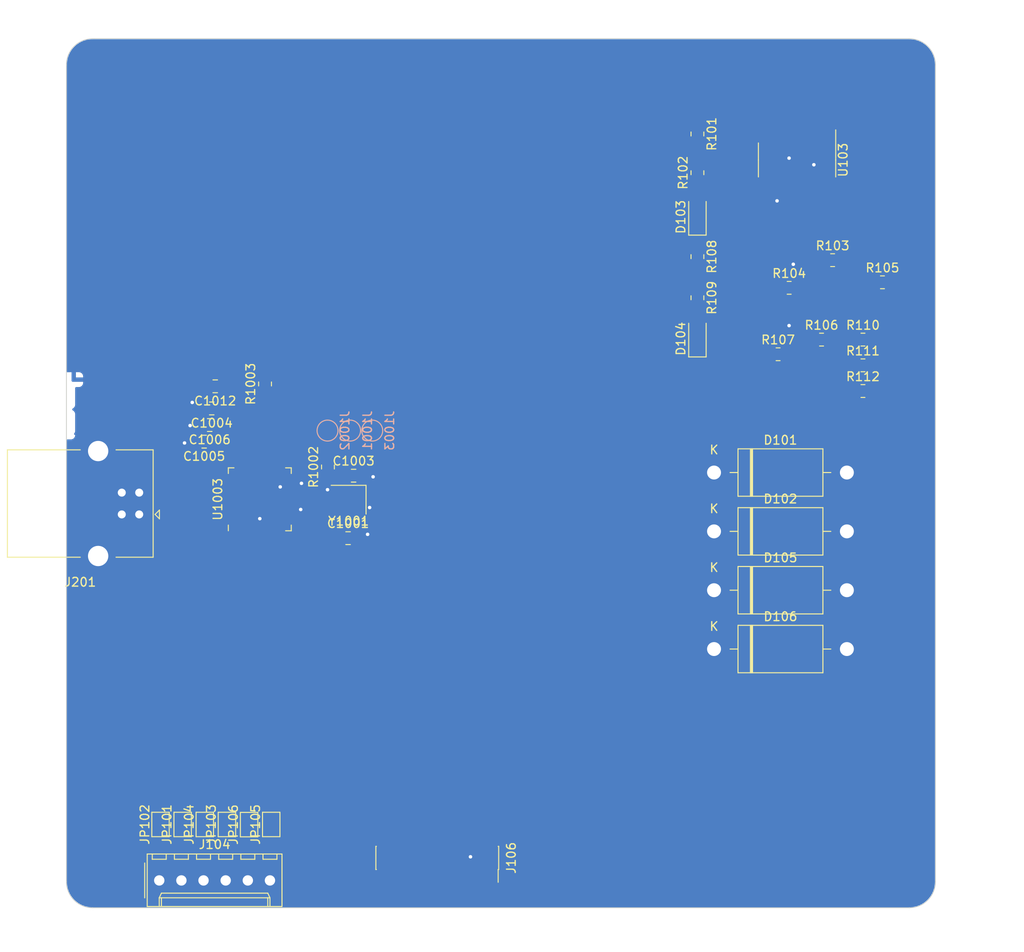
<source format=kicad_pcb>
(kicad_pcb (version 20231212) (generator "pcbnew") (generator_version "7.99")
  (layers (0 "F.Cu" mixed) (31 "B.Cu" mixed) (34 "B.Paste" user) (35 "F.Paste" user) (36 "B.SilkS" user "B.Silkscreen") (37 "F.SilkS" user "F.Silkscreen") (38 "B.Mask" user) (39 "F.Mask" user) (44 "Edge.Cuts" user))
  (net 0 "")
  (net 1 "Net-(J1001-Pin_1)")
  (net 2 "Net-(J1002-Pin_1)")
  (net 3 "Net-(J1003-Pin_1)")
  (net 4 "Net-(J201-D+)")
  (net 5 "GND")
  (net 6 "VBUS")
  (net 7 "Net-(J201-D-)")
  (net 8 "/mcu_rp2040-onboard/GPIO15")
  (net 9 "/mcu_rp2040-onboard/GPIO21")
  (net 10 "/mcu_rp2040-onboard/ADC2")
  (net 11 "/mcu_rp2040-onboard/GPIO5")
  (net 12 "/mcu_rp2040-onboard/GPIO13")
  (net 13 "/mcu_rp2040-onboard/GPIO11")
  (net 14 "/mcu_rp2040-onboard/GPIO7")
  (net 15 "+3V3")
  (net 16 "/mcu_rp2040-onboard/GPIO0")
  (net 17 "/mcu_rp2040-onboard/ADC0")
  (net 18 "/mcu_rp2040-onboard/GPIO19")
  (net 19 "/mcu_rp2040-onboard/GPIO17")
  (net 20 "+1V1")
  (net 21 "/mcu_rp2040-onboard/FLASH_SD3")
  (net 22 "/mcu_rp2040-onboard/GPIO24")
  (net 23 "/mcu_rp2040-onboard/FLASH_SD0")
  (net 24 "/mcu_rp2040-onboard/GPIO6")
  (net 26 "/mcu_rp2040-onboard/ADC1")
  (net 27 "/mcu_rp2040-onboard/GPIO23")
  (net 28 "Net-(U1003-XIN)")
  (net 29 "Net-(U1003-DVDD-Pad23)")
  (net 30 "/mcu_rp2040-onboard/GPIO25")
  (net 31 "/mcu_rp2040-onboard/FLASH_SD1")
  (net 32 "/mcu_rp2040-onboard/GPIO12")
  (net 33 "/mcu_rp2040-onboard/GPIO16")
  (net 34 "/mcu_rp2040-onboard/GPIO3")
  (net 35 "/mcu_rp2040-onboard/GPIO14")
  (net 36 "/mcu_rp2040-onboard/GPIO2")
  (net 38 "/mcu_rp2040-onboard/GPIO1")
  (net 39 "/mcu_rp2040-onboard/GPIO8")
  (net 40 "/mcu_rp2040-onboard/ADC3")
  (net 41 "Net-(U1003-ADC_AVDD)")
  (net 42 "/mcu_rp2040-onboard/GPIO9")
  (net 43 "/mcu_rp2040-onboard/GPIO18")
  (net 44 "/mcu_rp2040-onboard/FLASH_SS")
  (net 45 "/mcu_rp2040-onboard/FLASH_SCLK")
  (net 46 "/mcu_rp2040-onboard/GPIO4")
  (net 47 "/mcu_rp2040-onboard/GPIO22")
  (net 48 "/mcu_rp2040-onboard/FLASH_SD2")
  (net 49 "/mcu_rp2040-onboard/GPIO20")
  (net 50 "Net-(U1003-XOUT)")
  (net 51 "/mcu_rp2040-onboard/GPIO10")
  (net 52 "Net-(C1003-Pad1)")
  (net 53 "/loco-adapter-nem651-6-pin/FUNC0")
  (net 54 "/loco-adapter-nem651-6-pin/AMP_MOTOR1")
  (net 55 "/loco-adapter-nem651-6-pin/AMP_MOTOR0")
  (net 56 "/loco-adapter-nem651-6-pin/FUNC1")
  (net 57 "/loco-adapter-nem651-6-pin/DCC0")
  (net 58 "/loco-adapter-nem651-6-pin/DCC1")
  (net 59 "/loco-adapter-maerklin-21mtc/DCC1")
  (net 61 "/loco-adapter-maerklin-21mtc/AMP_MOTOR0")
  (net 62 "/loco-adapter-maerklin-21mtc/AUX8")
  (net 63 "/loco-adapter-maerklin-21mtc/AUX6")
  (net 64 "/loco-adapter-maerklin-21mtc/+3V3")
  (net 65 "/loco-adapter-maerklin-21mtc/AUX910_ZBDATA")
  (net 66 "/loco-adapter-maerklin-21mtc/AUX4")
  (net 67 "/loco-adapter-maerklin-21mtc/AUX7")
  (net 68 "/loco-adapter-maerklin-21mtc/SPEAKER0")
  (net 69 "/loco-adapter-maerklin-21mtc/AUX89_ZBCLK")
  (net 70 "/loco-adapter-maerklin-21mtc/U+")
  (net 71 "/loco-adapter-maerklin-21mtc/AMP_AUX3")
  (net 72 "/loco-adapter-maerklin-21mtc/AMP_AUX1")
  (net 73 "/loco-adapter-maerklin-21mtc/AMP_FUNC1")
  (net 74 "/loco-adapter-maerklin-21mtc/DCC0")
  (net 75 "/loco-adapter-maerklin-21mtc/SPEAKER1")
  (net 76 "/loco-adapter-maerklin-21mtc/AMP_FUNC0")
  (net 77 "/loco-adapter-maerklin-21mtc/AUX5")
  (net 78 "/loco-adapter-maerklin-21mtc/AMP_AUX2")
  (net 79 "/loco-adapter-maerklin-21mtc/AMP_MOTOR1")
  (net 86 "/central_railcom-detector/DCC_CTRL0")
  (net 87 "/central_railcom-detector/DCC_TRACK_A0")
  (net 88 "/central_railcom-detector/-742mV")
  (net 89 "/central_railcom-detector/DCC_TRACK_B1")
  (net 90 "Net-(D104-A)")
  (net 91 "/central_railcom-detector/DCC_TRACK_B0")
  (net 92 "+18mV")
  (net 93 "+5V")
  (net 94 "Net-(R104-Pad1)")
  (net 95 "Net-(R105-Pad1)")
  (net 96 "-18mv")
  (net 97 "/central_railcom-detector/DCC_NEG_HALF")
  (net 98 "Net-(R111-Pad1)")
  (net 99 "Net-(R112-Pad1)")
  (footprint "Resistor_SMD:R_0805_2012Metric_Pad1.20x1.40mm_HandSolder" (layer "F.Cu") (at 155.575 61.195 -90)
    (property "Reference" "R108")
    (property "Value" "220R")
  )
  (footprint "Package_DFN_QFN:QFN-56-1EP_7x7mm_P0.4mm_EP3.2x3.2mm" (layer "F.Cu") (at 105.3692 89.03 90)
    (property "Reference" "U1003")
    (property "Value" "RP2040")
  )
  (footprint "Resistor_SMD:R_0805_2012Metric_Pad1.20x1.40mm_HandSolder" (layer "F.Cu") (at 176.8 64.135)
    (property "Reference" "R105")
    (property "Value" "10K")
  )
  (footprint "Diode_SMD:D_SOD-123F" (layer "F.Cu") (at 155.575 56.515 90)
    (property "Reference" "D103")
    (property "Value" "1N4004")
  )
  (footprint "Capacitor_SMD:C_0805_2012Metric_Pad1.18x1.45mm_HandSolder" (layer "F.Cu") (at 100.2567 76.0675 180)
    (property "Reference" "C1012")
    (property "Value" "10u")
  )
  (footprint "Capacitor_SMD:C_0805_2012Metric_Pad1.18x1.45mm_HandSolder" (layer "F.Cu") (at 116.1317 86.3225)
    (property "Reference" "C1003")
    (property "Value" "33p")
  )
  (footprint "Resistor_SMD:R_0805_2012Metric_Pad1.20x1.40mm_HandSolder" (layer "F.Cu") (at 169.815 70.71)
    (property "Reference" "R106")
    (property "Value" "820R")
  )
  (footprint "Diode_THT:D_DO-201AD_P15.24mm_Horizontal" (layer "F.Cu") (at 157.48 92.71)
    (property "Reference" "D102")
    (property "Value" "1N5400")
  )
  (footprint "Resistor_SMD:R_0805_2012Metric_Pad1.20x1.40mm_HandSolder" (layer "F.Cu") (at 164.83 72.39)
    (property "Reference" "R107")
    (property "Value" "33k")
  )
  (footprint "Diode_THT:D_DO-201AD_P15.24mm_Horizontal" (layer "F.Cu") (at 157.48 106.21)
    (property "Reference" "D106")
    (property "Value" "1N5400")
  )
  (footprint "Resistor_SMD:R_0805_2012Metric_Pad1.20x1.40mm_HandSolder" (layer "F.Cu") (at 155.575 51.565 90)
    (property "Reference" "R102")
    (property "Value" "1K")
  )
  (footprint "Capacitor_SMD:C_0805_2012Metric_Pad1.18x1.45mm_HandSolder" (layer "F.Cu") (at 98.9867 82.4175 180)
    (property "Reference" "C1005")
    (property "Value" "100n")
  )
  (footprint "Resistor_SMD:R_0805_2012Metric_Pad1.20x1.40mm_HandSolder" (layer "F.Cu") (at 174.565 70.71)
    (property "Reference" "R110")
    (property "Value" "1R8")
  )
  (footprint "Resistor_SMD:R_0805_2012Metric_Pad1.20x1.40mm_HandSolder" (layer "F.Cu") (at 105.9717 75.7975 90)
    (property "Reference" "R1003")
    (property "Value" "200R")
  )
  (footprint "Jumper:SolderJumper-2_P1.3mm_Bridged_Pad1.0x1.5mm" (layer "F.Cu") (at 96.52 126.335 90)
    (property "Reference" "JP101")
    (property "Value" "SolderJumper_2_Bridged")
  )
  (footprint "Resistor_SMD:R_0805_2012Metric_Pad1.20x1.40mm_HandSolder" (layer "F.Cu") (at 155.575 47.12 -90)
    (property "Reference" "R101")
    (property "Value" "1R8")
  )
  (footprint "Jumper:SolderJumper-2_P1.3mm_Bridged_Pad1.0x1.5mm" (layer "F.Cu") (at 101.6 126.335 90)
    (property "Reference" "JP103")
    (property "Value" "SolderJumper_2_Bridged")
  )
  (footprint "Resistor_SMD:R_0805_2012Metric_Pad1.20x1.40mm_HandSolder" (layer "F.Cu") (at 166.1 64.77)
    (property "Reference" "R104")
    (property "Value" "10K")
  )
  (footprint "Resistor_SMD:R_0805_2012Metric_Pad1.20x1.40mm_HandSolder" (layer "F.Cu") (at 155.575 65.91 -90)
    (property "Reference" "R109")
    (property "Value" "220R")
  )
  (footprint "Resistor_SMD:R_0805_2012Metric_Pad1.20x1.40mm_HandSolder" (layer "F.Cu") (at 113.1892 85.3225 90)
    (property "Reference" "R1002")
    (property "Value" "1k")
  )
  (footprint "Diode_THT:D_DO-201AD_P15.24mm_Horizontal" (layer "F.Cu") (at 157.48 85.96)
    (property "Reference" "D101")
    (property "Value" "1N5400")
  )
  (footprint "Jumper:SolderJumper-2_P1.3mm_Bridged_Pad1.0x1.5mm" (layer "F.Cu") (at 104.14 126.35 90)
    (property "Reference" "JP106")
    (property "Value" "SolderJumper_2_Bridged")
  )
  (footprint "Jumper:SolderJumper-2_P1.3mm_Bridged_Pad1.0x1.5mm" (layer "F.Cu") (at 106.68 126.335 90)
    (property "Reference" "JP105")
    (property "Value" "SolderJumper_2_Bridged")
  )
  (footprint "Resistor_SMD:R_0805_2012Metric_Pad1.20x1.40mm_HandSolder" (layer "F.Cu") (at 174.565 76.61)
    (property "Reference" "R112")
    (property "Value" "10K")
  )
  (footprint "Crystal:Crystal_SMD_3225-4Pin_3.2x2.5mm" (layer "F.Cu") (at 115.5592 89.0775 180)
    (property "Reference" "Y1001")
    (property "Value" "X322512MSB4SI")
  )
  (footprint "Jumper:SolderJumper-2_P1.3mm_Bridged_Pad1.0x1.5mm" (layer "F.Cu") (at 99.06 126.335 90)
    (property "Reference" "JP104")
    (property "Value" "SolderJumper_2_Bridged")
  )
  (footprint "Capacitor_SMD:C_0805_2012Metric_Pad1.18x1.45mm_HandSolder" (layer "F.Cu") (at 99.8542 78.6075 180)
    (property "Reference" "C1004")
    (property "Value" "100n")
  )
  (footprint "Diode_THT:D_DO-201AD_P15.24mm_Horizontal" (layer "F.Cu") (at 157.48 99.46)
    (property "Reference" "D105")
    (property "Value" "1N5400")
  )
  (footprint "Resistor_SMD:R_0805_2012Metric_Pad1.20x1.40mm_HandSolder" (layer "F.Cu") (at 174.565 73.66)
    (property "Reference" "R111")
    (property "Value" "10K")
  )
  (footprint "Jumper:SolderJumper-2_P1.3mm_Bridged_Pad1.0x1.5mm" (layer "F.Cu") (at 93.98 126.335 90)
    (property "Reference" "JP102")
    (property "Value" "SolderJumper_2_Bridged")
  )
  (footprint "Capacitor_SMD:C_0805_2012Metric_Pad1.18x1.45mm_HandSolder" (layer "F.Cu") (at 115.4967 93.4883)
    (property "Reference" "C1001")
    (property "Value" "33p")
  )
  (footprint "Connector_Molex:Molex_KK-254_AE-6410-06A_1x06_P2.54mm_Vertical" (layer "F.Cu") (at 93.835 132.755)
    (property "Reference" "J104")
    (property "Value" "Conn_01x06")
  )
  (footprint "Connector_PinSocket_1.27mm:PinSocket_2x11_P1.27mm_Vertical_SMD" (layer "F.Cu") (at 125.73 130.175 -90)
    (property "Reference" "J106")
    (property "Value" "21mtc_mrkl")
  )
  (footprint "Package_SO:SOIC-14_3.9x8.7mm_P1.27mm" (layer "F.Cu") (at 167.005 50.1 -90)
    (property "Reference" "U103")
    (property "Value" "LM339")
  )
  (footprint "Capacitor_SMD:C_0805_2012Metric_Pad1.18x1.45mm_HandSolder" (layer "F.Cu") (at 99.6217 80.5125 180)
    (property "Reference" "C1006")
    (property "Value" "10u")
  )
  (footprint "Connector_USB:USB_B_OST_USB-B1HSxx_Horizontal" (layer "F.Cu") (at 91.535 90.765 180)
    (property "Reference" "J201")
    (property "Value" "USB_B")
  )
  (footprint "Diode_SMD:D_SOD-123F" (layer "F.Cu") (at 155.575 70.485 90)
    (property "Reference" "D104")
    (property "Value" "1N4004")
  )
  (footprint "Resistor_SMD:R_0805_2012Metric_Pad1.20x1.40mm_HandSolder" (layer "F.Cu") (at 171.085 61.595)
    (property "Reference" "R103")
    (property "Value" "270K")
  )
  (footprint "TestPoint:TestPoint_Pad_D2.0mm" (layer "B.Cu") (at 115.7292 81.1475 90)
    (property "Reference" "J1001")
    (property "Value" "SWCLK")
  )
  (footprint "TestPoint:TestPoint_Pad_D2.0mm" (layer "B.Cu") (at 113.14 81.1475 90)
    (property "Reference" "J1002")
    (property "Value" "SWDIO")
  )
  (footprint "TestPoint:TestPoint_Pad_D2.0mm" (layer "B.Cu") (at 118.2692 81.1475 90)
    (property "Reference" "J1003")
    (property "Value" "RUN")
  )
  (gr_arc (start 83.185 39.195) (mid 84.06368 37.07368) (end 86.185 36.195) (stroke (width 0.1)) (layer "Edge.Cuts"))
  (gr_line (start 182.88 39.195) (end 182.88 132.89) (stroke (width 0.1)) (layer "Edge.Cuts"))
  (gr_arc (start 179.88 36.195) (mid 182.00132 37.07368) (end 182.88 39.195) (stroke (width 0.1)) (layer "Edge.Cuts"))
  (gr_line (start 86.185 36.195) (end 179.88 36.195) (stroke (width 0.1)) (layer "Edge.Cuts"))
  (gr_arc (start 182.88 132.89) (mid 182.00132 135.01132) (end 179.88 135.89) (stroke (width 0.1)) (layer "Edge.Cuts"))
  (gr_arc (start 86.185 135.89) (mid 84.06368 135.01132) (end 83.185 132.89) (stroke (width 0.1)) (layer "Edge.Cuts"))
  (gr_line (start 83.185 132.89) (end 83.185 39.195) (stroke (width 0.1)) (layer "Edge.Cuts"))
  (gr_line (start 179.88 135.89) (end 86.185 135.89) (stroke (width 0.1)) (layer "Edge.Cuts"))
  (segment (start 109.3183 88.03) (end 108.8067 88.03) (width 0.12) (layer "F.Cu") (net 1))
  (segment (start 109.5994 87.7483) (end 109.3183 88.0294) (width 0.12) (layer "F.Cu") (net 1))
  (segment (start 110.15 87.1998) (end 109.6015 87.7483) (width 0.12) (layer "F.Cu") (net 1))
  (segment (start 109.3183 88.0294) (end 109.3183 88.03) (width 0.12) (layer "F.Cu") (net 1))
  (segment (start 109.6015 87.7483) (end 109.5994 87.7483) (width 0.12) (layer "F.Cu") (net 1))
  (via (at 110.15 87.1998) (size 0.8) (drill 0.4) (layers "F.Cu" "B.Cu") (net 1))
  (segment (start 115.7292 81.1475) (end 110.15 86.7267) (width 0.12) (layer "B.Cu") (net 1))
  (segment (start 110.15 86.7267) (end 110.15 87.1998) (width 0.12) (layer "B.Cu") (net 1))
  (segment (start 108.8067 87.63) (end 107.7368 87.63) (width 0.12) (layer "F.Cu") (net 2))
  (segment (start 107.7368 87.63) (end 107.7144 87.6076) (width 0.12) (layer "F.Cu") (net 2))
  (via (at 107.7144 87.6076) (size 0.8) (drill 0.4) (layers "F.Cu" "B.Cu") (net 2))
  (segment (start 107.7144 87.6076) (end 107.7144 86.5731) (width 0.12) (layer "B.Cu") (net 2))
  (segment (start 107.7144 86.5731) (end 113.14 81.1475) (width 0.12) (layer "B.Cu") (net 2))
  (segment (start 109.89 90.03) (end 110.0606 90.2006) (width 0.12) (layer "F.Cu") (net 3))
  (segment (start 108.8067 90.03) (end 109.89 90.03) (width 0.12) (layer "F.Cu") (net 3))
  (via (at 110.0606 90.2006) (size 0.8) (drill 0.4) (layers "F.Cu" "B.Cu") (net 3))
  (segment (start 110.0606 89.3561) (end 110.0606 90.2006) (width 0.12) (layer "B.Cu") (net 3))
  (segment (start 118.2692 81.1475) (end 110.0606 89.3561) (width 0.12) (layer "B.Cu") (net 3))
  (segment (start 96.7358 82.5679) (end 97.7988 82.5679) (width 0.12) (layer "F.Cu") (net 5))
  (segment (start 105.3692 91.2527) (end 105.3692 89.03) (width 0.12) (layer "F.Cu") (net 5))
  (segment (start 117.9675 89.9775) (end 117.9675 89.9759) (width 0.12) (layer "F.Cu") (net 5))
  (segment (start 113.4975 88.2275) (end 113.1975 87.9275) (width 0.12) (layer "F.Cu") (net 5))
  (segment (start 98.1289 77.9197) (end 98.8167 78.6075) (width 0.12) (layer "F.Cu") (net 5))
  (segment (start 113.1975 87.9275) (end 113.1384 87.9275) (width 0.12) (layer "F.Cu") (net 5))
  (segment (start 116.9709 93.0516) (end 116.5342 93.4883) (width 0.12) (layer "F.Cu") (net 5))
  (segment (start 118.368 86.4511) (end 117.2978 86.4511) (width 0.12) (layer "F.Cu") (net 5))
  (segment (start 116.6592 89.9275) (end 117.6209 89.9275) (width 0.12) (layer "F.Cu") (net 5))
  (segment (start 117.6709 89.9775) (end 117.9675 89.9775) (width 0.12) (layer "F.Cu") (net 5))
  (segment (start 117.2978 86.4511) (end 117.1692 86.3225) (width 0.12) (layer "F.Cu") (net 5))
  (segment (start 114.4592 88.2275) (end 113.4975 88.2275) (width 0.12) (layer "F.Cu") (net 5))
  (segment (start 117.6209 89.9275) (end 117.6709 89.9775) (width 0.12) (layer "F.Cu") (net 5))
  (segment (start 97.3747 80.57) (end 98.5267 80.57) (width 0.12) (layer "F.Cu") (net 5))
  (segment (start 98.1289 77.9197) (end 98.1289 77.1578) (width 0.12) (layer "F.Cu") (net 5))
  (segment (start 97.7988 82.5679) (end 97.9492 82.4175) (width 0.12) (layer "F.Cu") (net 5))
  (segment (start 98.5267 80.57) (end 98.5842 80.5125) (width 0.12) (layer "F.Cu") (net 5))
  (segment (start 129.54 128.375) (end 129.54 130.0438) (width 0.12) (layer "F.Cu") (net 5))
  (segment (start 117.7368 93.0516) (end 116.9709 93.0516) (width 0.12) (layer "F.Cu") (net 5))
  (segment (start 97.6206 77.9197) (end 98.1289 77.9197) (width 0.12) (layer "F.Cu") (net 5))
  (segment (start 98.1289 77.1578) (end 99.2192 76.0675) (width 0.12) (layer "F.Cu") (net 5))
  (via (at 97.6206 77.9197) (size 0.8) (drill 0.4) (layers "F.Cu" "B.Cu") (net 5))
  (via (at 96.7358 82.5679) (size 0.8) (drill 0.4) (layers "F.Cu" "B.Cu") (net 5))
  (via (at 113.1384 87.9275) (size 0.8) (drill 0.4) (layers "F.Cu" "B.Cu") (net 5))
  (via (at 97.3747 80.57) (size 0.8) (drill 0.4) (layers "F.Cu" "B.Cu") (net 5))
  (via (at 105.3692 91.2527) (size 0.8) (drill 0.4) (layers "F.Cu" "B.Cu") (net 5))
  (via (at 118.368 86.4511) (size 0.8) (drill 0.4) (layers "F.Cu" "B.Cu") (net 5))
  (via (at 117.9675 89.9759) (size 0.8) (drill 0.4) (layers "F.Cu" "B.Cu") (net 5))
  (via (at 129.54 130.0438) (size 0.8) (drill 0.4) (layers "F.Cu" "B.Cu") (net 5))
  (via (at 117.7368 93.0516) (size 0.8) (drill 0.4) (layers "F.Cu" "B.Cu") (net 5))
  (segment (start 101.9317 87.63) (end 92.17 87.63) (width 0.12) (layer "F.Cu") (net 7))
  (segment (start 92.17 87.63) (end 91.535 88.265) (width 0.12) (layer "F.Cu") (net 7))
  (segment (start 106.1989 86.2949) (end 106.3692 86.1246) (width 0.12) (layer "F.Cu") (net 15))
  (segment (start 106.3692 77.195) (end 106.3692 85.5925) (width 0.12) (layer "F.Cu") (net 15))
  (segment (start 102.7692 88.5159) (end 102.7692 86.2949) (width 0.12) (layer "F.Cu") (net 15))
  (segment (start 102.7692 89.1441) (end 102.4551 88.83) (width 0.12) (layer "F.Cu") (net 15))
  (segment (start 102.7692 86.2949) (end 106.1989 86.2949) (width 0.12) (layer "F.Cu") (net 15))
  (segment (start 102.7692 92.9635) (end 103.0054 93.1997) (width 0.12) (layer "F.Cu") (net 15))
  (segment (start 102.7692 92.4675) (end 102.7692 92.9635) (width 0.12) (layer "F.Cu") (net 15))
  (segment (start 106.3692 86.1246) (end 106.3692 85.5925) (width 0.12) (layer "F.Cu") (net 15))
  (segment (start 106.2018 93.1997) (end 106.3692 93.0323) (width 0.12) (layer "F.Cu") (net 15))
  (segment (start 102.7692 92.4675) (end 102.7692 89.1441) (width 0.12) (layer "F.Cu") (net 15))
  (segment (start 106.3692 93.0323) (end 106.3692 92.4675) (width 0.12) (layer "F.Cu") (net 15))
  (segment (start 101.9317 88.83) (end 102.4551 88.83) (width 0.12) (layer "F.Cu") (net 15))
  (segment (start 102.7692 86.2949) (end 102.7692 85.5925) (width 0.12) (layer "F.Cu") (net 15))
  (segment (start 105.9717 76.7975) (end 106.3692 77.195) (width 0.12) (layer "F.Cu") (net 15))
  (segment (start 102.4551 88.83) (end 102.7692 88.5159) (width 0.12) (layer "F.Cu") (net 15))
  (segment (start 103.0054 93.1997) (end 106.2018 93.1997) (width 0.12) (layer "F.Cu") (net 15))
  (segment (start 101.4204 86.83) (end 100.0242 85.4338) (width 0.12) (layer "F.Cu") (net 20))
  (segment (start 100.8917 80.28) (end 100.6592 80.5125) (width 0.12) (layer "F.Cu") (net 20))
  (segment (start 100.0242 82.4175) (end 100.0242 81.1475) (width 0.12) (layer "F.Cu") (net 20))
  (segment (start 101.9317 86.83) (end 101.4204 86.83) (width 0.12) (layer "F.Cu") (net 20))
  (segment (start 100.0242 81.1475) (end 100.6592 80.5125) (width 0.12) (layer "F.Cu") (net 20))
  (segment (start 101.9317 87.23) (end 101.9317 86.83) (width 0.12) (layer "F.Cu") (net 20))
  (segment (start 100.8917 78.6075) (end 100.8917 80.28) (width 0.12) (layer "F.Cu") (net 20))
  (segment (start 100.0242 85.4338) (end 100.0242 82.4175) (width 0.12) (layer "F.Cu") (net 20))
  (segment (start 109.4998 89.63) (end 109.5924 89.5374) (width 0.12) (layer "F.Cu") (net 28))
  (segment (start 114.4592 89.9275) (end 114.4592 93.4883) (width 0.12) (layer "F.Cu") (net 28))
  (segment (start 113.1074 89.5374) (end 113.4975 89.9275) (width 0.12) (layer "F.Cu") (net 28))
  (segment (start 109.5924 89.5374) (end 113.1074 89.5374) (width 0.12) (layer "F.Cu") (net 28))
  (segment (start 114.4592 89.9275) (end 113.4975 89.9275) (width 0.12) (layer "F.Cu") (net 28))
  (segment (start 108.8067 89.63) (end 109.4998 89.63) (width 0.12) (layer "F.Cu") (net 28))
  (segment (start 102.5642 74.7975) (end 101.2942 76.0675) (width 0.12) (layer "F.Cu") (net 41))
  (segment (start 101.9317 76.705) (end 101.9317 86.43) (width 0.12) (layer "F.Cu") (net 41))
  (segment (start 105.9717 74.7975) (end 102.5642 74.7975) (width 0.12) (layer "F.Cu") (net 41))
  (segment (start 101.2942 76.0675) (end 101.9317 76.705) (width 0.12) (layer "F.Cu") (net 41))
  (segment (start 110.296 89.2157) (end 113.1892 86.3225) (width 0.12) (layer "F.Cu") (net 50))
  (segment (start 108.821 89.2157) (end 110.296 89.2157) (width 0.12) (layer "F.Cu") (net 50))
  (segment (start 108.8067 89.23) (end 108.821 89.2157) (width 0.12) (layer "F.Cu") (net 50))
  (segment (start 113.1892 84.3225) (end 115.0942 86.2275) (width 0.12) (layer "F.Cu") (net 52))
  (segment (start 116.6592 87.3658) (end 116.1375 87.3658) (width 0.12) (layer "F.Cu") (net 52))
  (segment (start 115.0942 86.2275) (end 115.0942 86.3225) (width 0.12) (layer "F.Cu") (net 52))
  (segment (start 116.1375 87.3658) (end 115.0942 86.3225) (width 0.12) (layer "F.Cu") (net 52))
  (segment (start 116.6592 88.2275) (end 116.6592 87.3658) (width 0.12) (layer "F.Cu") (net 52))
  (segment (start 104.14 125.7) (end 105.1517 125.7) (width 0.12) (layer "F.Cu") (net 53))
  (segment (start 105.1517 125.7) (end 105.1517 132.5034) (width 0.12) (layer "F.Cu") (net 53))
  (segment (start 105.1517 132.5034) (end 105.4033 132.755) (width 0.12) (layer "F.Cu") (net 53))
  (segment (start 106.535 132.755) (end 105.4033 132.755) (width 0.12) (layer "F.Cu") (net 53))
  (segment (start 102.8633 132.755) (end 102.8633 125.3026) (width 0.12) (layer "F.Cu") (net 56))
  (segment (start 103.2426 124.9233) (end 106.68 124.9233) (width 0.12) (layer "F.Cu") (net 56))
  (segment (start 106.68 125.685) (end 106.68 124.9233) (width 0.12) (layer "F.Cu") (net 56))
  (segment (start 103.995 132.755) (end 102.8633 132.755) (width 0.12) (layer "F.Cu") (net 56))
  (segment (start 102.8633 125.3026) (end 103.2426 124.9233) (width 0.12) (layer "F.Cu") (net 56))
  (segment (start 154.5785 51.5685) (end 155.575 52.565) (width 0.12) (layer "F.Cu") (net 86))
  (segment (start 170.815 70.7633) (end 170.815 70.71) (width 0.12) (layer "F.Cu") (net 86))
  (segment (start 171.7782 71.7265) (end 170.815 70.7633) (width 0.12) (layer "F.Cu") (net 86))
  (segment (start 160.9929 80.5854) (end 157.48 84.0983) (width 0.12) (layer "F.Cu") (net 86))
  (segment (start 154.2328 69.0704) (end 154.2328 56.4572) (width 0.12) (layer "F.Cu") (net 86))
  (segment (start 155.575 52.565) (end 155.575 55.115) (width 0.12) (layer "F.Cu") (net 86))
  (segment (start 157.48 85.96) (end 157.48 84.0983) (width 0.12) (layer "F.Cu") (net 86))
  (segment (start 165.7478 75.8305) (end 160.9929 75.8305) (width 0.12) (layer "F.Cu") (net 86))
  (segment (start 170.815 70.7633) (end 165.7478 75.8305) (width 0.12) (layer "F.Cu") (net 86))
  (segment (start 154.2328 56.4572) (end 155.575 55.115) (width 0.12) (layer "F.Cu") (net 86))
  (segment (start 172.72 92.71) (end 170.8583 92.71) (width 0.12) (layer "F.Cu") (net 86))
  (segment (start 154.5785 49.1165) (end 154.5785 51.5685) (width 0.12) (layer "F.Cu") (net 86))
  (segment (start 160.9929 75.8305) (end 160.9929 80.5854) (width 0.12) (layer "F.Cu") (net 86))
  (segment (start 164.1083 99.46) (end 157.48 99.46) (width 0.12) (layer "F.Cu") (net 86))
  (segment (start 175.565 70.71) (end 174.5485 71.7265) (width 0.12) (layer "F.Cu") (net 86))
  (segment (start 155.575 48.12) (end 154.5785 49.1165) (width 0.12) (layer "F.Cu") (net 86))
  (segment (start 170.8583 92.71) (end 164.1083 99.46) (width 0.12) (layer "F.Cu") (net 86))
  (segment (start 160.9929 75.8305) (end 154.2328 69.0704) (width 0.12) (layer "F.Cu") (net 86))
  (segment (start 174.5485 71.7265) (end 171.7782 71.7265) (width 0.12) (layer "F.Cu") (net 86))
  (segment (start 157.48 85.96) (end 157.48 87.8217) (width 0.12) (layer "B.Cu") (net 86))
  (segment (start 172.72 104.3483) (end 174.5817 102.4866) (width 0.12) (layer "B.Cu") (net 86))
  (segment (start 174.5817 102.4866) (end 174.5817 96.4334) (width 0.12) (layer "B.Cu") (net 86))
  (segment (start 157.48 97.5983) (end 159.3417 95.7366) (width 0.12) (layer "B.Cu") (net 86))
  (segment (start 159.3417 95.7366) (end 159.3417 89.6834) (width 0.12) (layer "B.Cu") (net 86))
  (segment (start 172.72 106.21) (end 172.72 104.3483) (width 0.12) (layer "B.Cu") (net 86))
  (segment (start 159.3417 89.6834) (end 157.48 87.8217) (width 0.12) (layer "B.Cu") (net 86))
  (segment (start 174.5817 96.4334) (end 172.72 94.5717) (width 0.12) (layer "B.Cu") (net 86))
  (segment (start 157.48 99.46) (end 157.48 97.5983) (width 0.12) (layer "B.Cu") (net 86))
  (segment (start 172.72 92.71) (end 172.72 94.5717) (width 0.12) (layer "B.Cu") (net 86))
  (segment (start 166.0898 69.1034) (end 171.9584 69.1034) (width 0.12) (layer "F.Cu") (net 87))
  (segment (start 164.1083 92.71) (end 157.48 92.71) (width 0.12) (layer "F.Cu") (net 87))
  (segment (start 171.9584 69.1034) (end 173.565 70.71) (width 0.12) (layer "F.Cu") (net 87))
  (segment (start 164.465 47.625) (end 165.735 47.625) (width 0.12) (layer "F.Cu") (net 87))
  (segment (start 166.0898 49.8914) (end 165.735 49.5366) (width 0.12) (layer "F.Cu") (net 87))
  (segment (start 172.72 85.96) (end 170.8583 85.96) (width 0.12) (layer "F.Cu") (net 87))
  (segment (start 170.8583 85.96) (end 164.1083 92.71) (width 0.12) (layer "F.Cu") (net 87))
  (segment (start 165.735 49.5366) (end 165.735 47.625) (width 0.12) (layer "F.Cu") (net 87))
  (via (at 166.0898 49.8914) (size 0.8) (drill 0.4) (layers "F.Cu" "B.Cu") (net 87))
  (via (at 166.0898 69.1034) (size 0.8) (drill 0.4) (layers "F.Cu" "B.Cu") (net 87))
  (segment (start 165.9116 50.0696) (end 165.9116 68.9252) (width 0.12) (layer "B.Cu") (net 87))
  (segment (start 166.0898 49.8914) (end 165.9116 50.0696) (width 0.12) (layer "B.Cu") (net 87))
  (segment (start 172.72 85.96) (end 172.72 84.0983) (width 0.12) (layer "B.Cu") (net 87))
  (segment (start 172.72 84.0983) (end 166.0898 77.4681) (width 0.12) (layer "B.Cu") (net 87))
  (segment (start 166.0898 77.4681) (end 166.0898 69.1034) (width 0.12) (layer "B.Cu") (net 87))
  (segment (start 165.9116 68.9252) (end 166.0898 69.1034) (width 0.12) (layer "B.Cu") (net 87))
  (segment (start 155.575 60.195) (end 165.83 70.45) (width 0.12) (layer "F.Cu") (net 88))
  (segment (start 155.575 60.195) (end 155.575 57.915) (width 0.12) (layer "F.Cu") (net 88))
  (segment (start 168.275 52.8657) (end 168.275 52.575) (width 0.12) (layer "F.Cu") (net 88))
  (segment (start 163.2257 57.915) (end 168.275 52.8657) (width 0.12) (layer "F.Cu") (net 88))
  (segment (start 155.575 57.915) (end 163.2257 57.915) (width 0.12) (layer "F.Cu") (net 88))
  (segment (start 165.83 70.45) (end 165.83 72.39) (width 0.12) (layer "F.Cu") (net 88))
  (segment (start 155.575 66.91) (end 155.575 69.085) (width 0.12) (layer "F.Cu") (net 90))
  (segment (start 164.1083 106.21) (end 157.48 106.21) (width 0.12) (layer "F.Cu") (net 91))
  (segment (start 164.7099 52.575) (end 164.7099 54.7928) (width 0.12) (layer "F.Cu") (net 91))
  (segment (start 164.465 52.1983) (end 164.465 52.575) (width 0.12) (layer "F.Cu") (net 91))
  (segment (start 158.3867 46.12) (end 164.465 52.1983) (width 0.12) (layer "F.Cu") (net 91))
  (segment (start 155.575 46.12) (end 158.3867 46.12) (width 0.12) (layer "F.Cu") (net 91))
  (segment (start 164.7099 52.575) (end 164.465 52.575) (width 0.12) (layer "F.Cu") (net 91))
  (segment (start 172.72 99.46) (end 170.8583 99.46) (width 0.12) (layer "F.Cu") (net 91))
  (segment (start 170.8583 99.46) (end 164.1083 106.21) (width 0.12) (layer "F.Cu") (net 91))
  (segment (start 165.735 52.575) (end 164.7099 52.575) (width 0.12) (layer "F.Cu") (net 91))
  (via (at 164.7099 54.7928) (size 0.8) (drill 0.4) (layers "F.Cu" "B.Cu") (net 91))
  (segment (start 164.7099 89.5882) (end 164.7099 54.7928) (width 0.12) (layer "B.Cu") (net 91))
  (segment (start 172.72 97.5983) (end 164.7099 89.5882) (width 0.12) (layer "B.Cu") (net 91))
  (segment (start 172.72 99.46) (end 172.72 97.5983) (width 0.12) (layer "B.Cu") (net 91))
  (segment (start 168.91 60.42) (end 168.91 51.5754) (width 0.12) (layer "F.Cu") (net 92))
  (segment (start 167.005 49.6704) (end 167.005 47.625) (width 0.12) (layer "F.Cu") (net 92))
  (segment (start 161.185 50.565) (end 163.195 52.575) (width 0.12) (layer "F.Cu") (net 92))
  (segment (start 155.575 50.565) (end 161.185 50.565) (width 0.12) (layer "F.Cu") (net 92))
  (segment (start 168.91 51.5754) (end 167.005 49.6704) (width 0.12) (layer "F.Cu") (net 92))
  (segment (start 170.085 61.595) (end 168.91 60.42) (width 0.12) (layer "F.Cu") (net 92))
  (segment (start 171.8563 61.8237) (end 175.1474 65.1149) (width 0.12) (layer "F.Cu") (net 93))
  (segment (start 175.565 76.61) (end 175.565 73.66) (width 0.12) (layer "F.Cu") (net 93))
  (segment (start 177.8 57.9594) (end 177.8 64.135) (width 0.12) (layer "F.Cu") (net 93))
  (segment (start 175.565 73.66) (end 176.469 72.756) (width 0.12) (layer "F.Cu") (net 93))
  (segment (start 176.469 65.1149) (end 176.8201 65.1149) (width 0.12) (layer "F.Cu") (net 93))
  (segment (start 171.8563 61.8237) (end 172.085 61.595) (width 0.12) (layer "F.Cu") (net 93))
  (segment (start 168.275 47.625) (end 168.275 48.4344) (width 0.12) (layer "F.Cu") (net 93))
  (segment (start 176.8201 65.1149) (end 177.8 64.135) (width 0.12) (layer "F.Cu") (net 93))
  (segment (start 168.275 48.4344) (end 177.8 57.9594) (width 0.12) (layer "F.Cu") (net 93))
  (segment (start 175.1474 65.1149) (end 176.469 65.1149) (width 0.12) (layer "F.Cu") (net 93))
  (segment (start 176.469 72.756) (end 176.469 65.1149) (width 0.12) (layer "F.Cu") (net 93))
  (segment (start 167.1 64.77) (end 168.91 64.77) (width 0.12) (layer "F.Cu") (net 93))
  (segment (start 168.91 64.77) (end 171.8563 61.8237) (width 0.12) (layer "F.Cu") (net 93))
  (segment (start 170.815 52.575) (end 170.815 52.2841) (width 0.12) (layer "F.Cu") (net 94))
  (segment (start 165.1 64.77) (end 165.1 63.541) (width 0.12) (layer "F.Cu") (net 94))
  (segment (start 170.815 52.2841) (end 169.1813 50.6504) (width 0.12) (layer "F.Cu") (net 94))
  (segment (start 169.1813 50.6504) (end 168.933 50.6504) (width 0.12) (layer "F.Cu") (net 94))
  (segment (start 165.1 63.541) (end 166.5733 62.0677) (width 0.12) (layer "F.Cu") (net 94))
  (via (at 168.933 50.6504) (size 0.8) (drill 0.4) (layers "F.Cu" "B.Cu") (net 94))
  (via (at 166.5733 62.0677) (size 0.8) (drill 0.4) (layers "F.Cu" "B.Cu") (net 94))
  (segment (start 166.5733 62.0677) (end 168.933 59.708) (width 0.12) (layer "B.Cu") (net 94))
  (segment (start 168.933 59.708) (end 168.933 50.6504) (width 0.12) (layer "B.Cu") (net 94))
  (segment (start 169.545 52.575) (end 169.545 54.4353) (width 0.12) (layer "F.Cu") (net 95))
  (segment (start 169.545 54.4353) (end 175.8 60.6903) (width 0.12) (layer "F.Cu") (net 95))
  (segment (start 175.8 60.6903) (end 175.8 64.135) (width 0.12) (layer "F.Cu") (net 95))
  (segment (start 157.35 65.91) (end 155.0082 65.91) (width 0.12) (layer "F.Cu") (net 96))
  (segment (start 154.5975 57.5027) (end 155.5852 56.515) (width 0.12) (layer "F.Cu") (net 96))
  (segment (start 166.3788 73.371) (end 168.815 70.9348) (width 0.12) (layer "F.Cu") (net 96))
  (segment (start 168.815 70.9348) (end 168.815 70.71) (width 0.12) (layer "F.Cu") (net 96))
  (segment (start 163.195 47.625) (end 163.195 48.4448) (width 0.12) (layer "F.Cu") (net 96))
  (segment (start 163.83 72.39) (end 157.35 65.91) (width 0.12) (layer "F.Cu") (net 96))
  (segment (start 155.5852 56.515) (end 163.9863 56.515) (width 0.12) (layer "F.Cu") (net 96))
  (segment (start 155.0082 65.91) (end 154.5975 65.4993) (width 0.12) (layer "F.Cu") (net 96))
  (segment (start 163.83 72.39) (end 164.811 73.371) (width 0.12) (layer "F.Cu") (net 96))
  (segment (start 163.9863 56.515) (end 167.005 53.4963) (width 0.12) (layer "F.Cu") (net 96))
  (segment (start 163.195 48.4448) (end 167.005 52.2548) (width 0.12) (layer "F.Cu") (net 96))
  (segment (start 167.005 52.2548) (end 167.005 52.575) (width 0.12) (layer "F.Cu") (net 96))
  (segment (start 154.5975 65.4993) (end 154.5975 57.5027) (width 0.12) (layer "F.Cu") (net 96))
  (segment (start 164.811 73.371) (end 166.3788 73.371) (width 0.12) (layer "F.Cu") (net 96))
  (segment (start 167.005 53.4963) (end 167.005 52.575) (width 0.12) (layer "F.Cu") (net 96))
  (segment (start 155.575 64.91) (end 155.575 62.195) (width 0.12) (layer "F.Cu") (net 97))
  (segment (start 174.9988 77.5909) (end 174.565 77.1571) (width 0.12) (layer "F.Cu") (net 98))
  (segment (start 174.565 74.66) (end 173.565 73.66) (width 0.12) (layer "F.Cu") (net 98))
  (segment (start 169.545 47.9495) (end 178.6952 57.0997) (width 0.12) (layer "F.Cu") (net 98))
  (segment (start 178.6952 57.0997) (end 178.6952 75.0179) (width 0.12) (layer "F.Cu") (net 98))
  (segment (start 178.6952 75.0179) (end 176.1222 77.5909) (width 0.12) (layer "F.Cu") (net 98))
  (segment (start 169.545 47.625) (end 169.545 47.9495) (width 0.12) (layer "F.Cu") (net 98))
  (segment (start 176.1222 77.5909) (end 174.9988 77.5909) (width 0.12) (layer "F.Cu") (net 98))
  (segment (start 174.565 77.1571) (end 174.565 74.66) (width 0.12) (layer "F.Cu") (net 98))
  (segment (start 176.2556 77.9126) (end 179.0169 75.1513) (width 0.12) (layer "F.Cu") (net 99))
  (segment (start 173.565 76.7238) (end 174.7538 77.9126) (width 0.12) (layer "F.Cu") (net 99))
  (segment (start 174.7538 77.9126) (end 176.2556 77.9126) (width 0.12) (layer "F.Cu") (net 99))
  (segment (start 173.565 76.61) (end 173.565 76.7238) (width 0.12) (layer "F.Cu") (net 99))
  (segment (start 179.0169 75.1513) (end 179.0169 55.8269) (width 0.12) (layer "F.Cu") (net 99))
  (segment (start 179.0169 55.8269) (end 170.815 47.625) (width 0.12) (layer "F.Cu") (net 99))
  (zone (net 5) (net_name "GND") (layer "B.Cu") (connect_pads (clearance 0.5)) (min_thickness 0.25) (fill yes (thermal_gap 0.5) (thermal_bridge_width 0.5))
    (polygon (pts (xy 75.565 32.385) (xy 76.835 139.7) (xy 193.04 140.97) (xy 192.405 31.75)))
  )
)
</source>
